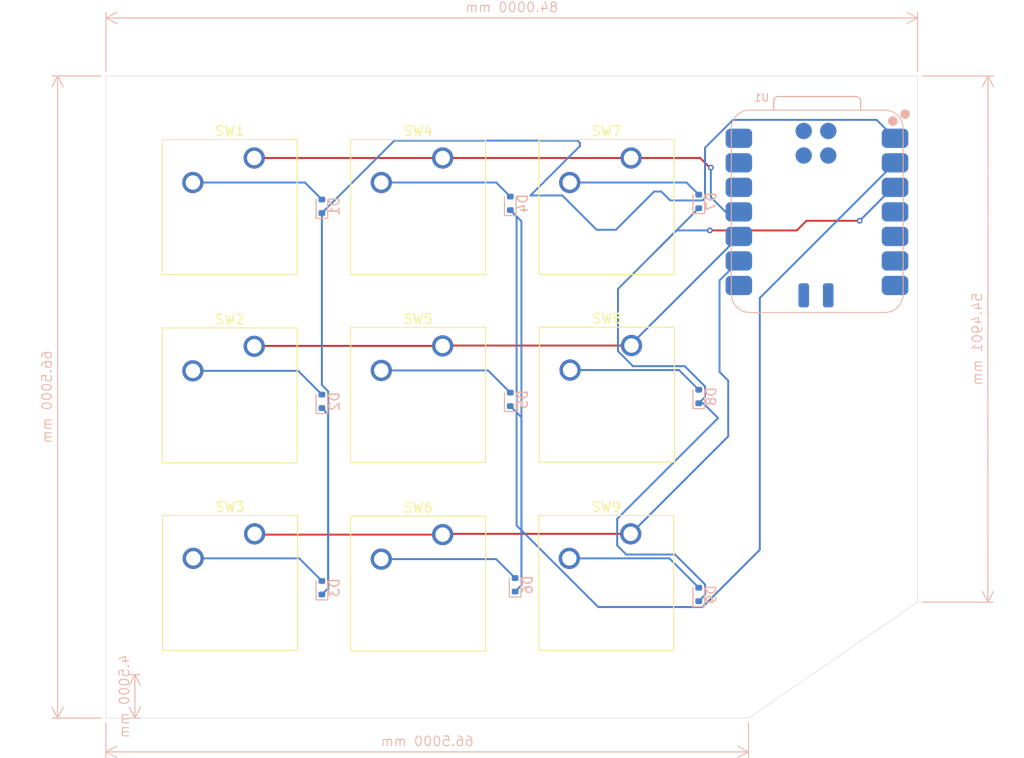
<source format=kicad_pcb>
(kicad_pcb (version 20240108) (generator "pcbnew") (generator_version "8.0")
  (layers (0 "F.Cu" signal) (31 "B.Cu" signal) (34 "B.Paste" user) (35 "F.Paste" user) (36 "B.SilkS" user "B.Silkscreen") (37 "F.SilkS" user "F.Silkscreen") (38 "B.Mask" user) (39 "F.Mask" user) (44 "Edge.Cuts" user))
  (net 0 "")
  (net 1 "Row 0")
  (net 2 "Net-(D1-A)")
  (net 3 "Net-(D2-A)")
  (net 4 "Net-(D3-A)")
  (net 5 "Row 1")
  (net 6 "Net-(D4-A)")
  (net 7 "Net-(D5-A)")
  (net 8 "Net-(D6-A)")
  (net 9 "Net-(D7-A)")
  (net 10 "Row 2")
  (net 11 "Net-(D8-A)")
  (net 12 "Net-(D9-A)")
  (net 13 "Row 3")
  (net 14 "Column 0")
  (net 15 "Column 1")
  (net 16 "Column 2")
  (net 17 "GND")
  (net 18 "RES_OUTPUT_A")
  (net 19 "RES_OUTPUT_B")
  (footprint "Button_Switch_Keyboard:SW_Cherry_MX_1.00u_PCB" (layer "F.Cu") (at 115.85 106.5)
    (property "Reference" "SW6" (at -2.54 -2.794 0) (layer "F.SilkS"))
    (property "Value" "SW_Push")
    (fp_line (start -9.525 -1.905) (end 4.445 -1.905) (stroke (width 0.12)) (layer "F.SilkS"))
    (fp_line (start -9.525 12.065) (end -9.525 -1.905) (stroke (width 0.12)) (layer "F.SilkS"))
    (fp_line (start 4.445 -1.905) (end 4.445 12.065) (stroke (width 0.12)) (layer "F.SilkS"))
    (fp_line (start 4.445 12.065) (end -9.525 12.065) (stroke (width 0.12)) (layer "F.SilkS"))
    (pad "" np_thru_hole circle (at -7.62 5.08) (size 1.7 1.7) (drill 1.7) (layers "*.Cu" "*.Mask"))
    (pad "" np_thru_hole circle (at -2.54 5.08) (size 4 4) (drill 4) (layers "*.Cu" "*.Mask"))
    (pad "" np_thru_hole circle (at 2.54 5.08) (size 1.7 1.7) (drill 1.7) (layers "*.Cu" "*.Mask"))
    (pad "1" thru_hole circle (at 0 0) (size 2.2 2.2) (drill 1.5) (layers "*.Cu" "*.Mask") (net 16 "Column 2"))
    (pad "2" thru_hole circle (at -6.35 2.54) (size 2.2 2.2) (drill 1.5) (layers "*.Cu" "*.Mask") (net 8 "Net-(D6-A)"))
  )
  (footprint "Button_Switch_Keyboard:SW_Cherry_MX_1.00u_PCB" (layer "F.Cu") (at 115.85 86.96)
    (property "Reference" "SW5" (at -2.54 -2.794 0) (layer "F.SilkS"))
    (property "Value" "SW_Push")
    (fp_line (start -9.525 -1.905) (end 4.445 -1.905) (stroke (width 0.12)) (layer "F.SilkS"))
    (fp_line (start -9.525 12.065) (end -9.525 -1.905) (stroke (width 0.12)) (layer "F.SilkS"))
    (fp_line (start 4.445 -1.905) (end 4.445 12.065) (stroke (width 0.12)) (layer "F.SilkS"))
    (fp_line (start 4.445 12.065) (end -9.525 12.065) (stroke (width 0.12)) (layer "F.SilkS"))
    (pad "" np_thru_hole circle (at -7.62 5.08) (size 1.7 1.7) (drill 1.7) (layers "*.Cu" "*.Mask"))
    (pad "" np_thru_hole circle (at -2.54 5.08) (size 4 4) (drill 4) (layers "*.Cu" "*.Mask"))
    (pad "" np_thru_hole circle (at 2.54 5.08) (size 1.7 1.7) (drill 1.7) (layers "*.Cu" "*.Mask"))
    (pad "1" thru_hole circle (at 0 0) (size 2.2 2.2) (drill 1.5) (layers "*.Cu" "*.Mask") (net 15 "Column 1"))
    (pad "2" thru_hole circle (at -6.35 2.54) (size 2.2 2.2) (drill 1.5) (layers "*.Cu" "*.Mask") (net 7 "Net-(D5-A)"))
  )
  (footprint "Button_Switch_Keyboard:SW_Cherry_MX_1.00u_PCB" (layer "F.Cu") (at 135.39 86.92)
    (property "Reference" "SW8" (at -2.54 -2.794 0) (layer "F.SilkS"))
    (property "Value" "SW_Push")
    (fp_line (start -9.525 -1.905) (end 4.445 -1.905) (stroke (width 0.12)) (layer "F.SilkS"))
    (fp_line (start -9.525 12.065) (end -9.525 -1.905) (stroke (width 0.12)) (layer "F.SilkS"))
    (fp_line (start 4.445 -1.905) (end 4.445 12.065) (stroke (width 0.12)) (layer "F.SilkS"))
    (fp_line (start 4.445 12.065) (end -9.525 12.065) (stroke (width 0.12)) (layer "F.SilkS"))
    (pad "" np_thru_hole circle (at -7.62 5.08) (size 1.7 1.7) (drill 1.7) (layers "*.Cu" "*.Mask"))
    (pad "" np_thru_hole circle (at -2.54 5.08) (size 4 4) (drill 4) (layers "*.Cu" "*.Mask"))
    (pad "" np_thru_hole circle (at 2.54 5.08) (size 1.7 1.7) (drill 1.7) (layers "*.Cu" "*.Mask"))
    (pad "1" thru_hole circle (at 0 0) (size 2.2 2.2) (drill 1.5) (layers "*.Cu" "*.Mask") (net 15 "Column 1"))
    (pad "2" thru_hole circle (at -6.35 2.54) (size 2.2 2.2) (drill 1.5) (layers "*.Cu" "*.Mask") (net 11 "Net-(D8-A)"))
  )
  (footprint "Button_Switch_Keyboard:SW_Cherry_MX_1.00u_PCB" (layer "F.Cu") (at 96.35 67.5)
    (property "Reference" "SW1" (at -2.54 -2.794 0) (layer "F.SilkS"))
    (property "Value" "SW_Push")
    (fp_line (start -9.525 -1.905) (end 4.445 -1.905) (stroke (width 0.12)) (layer "F.SilkS"))
    (fp_line (start -9.525 12.065) (end -9.525 -1.905) (stroke (width 0.12)) (layer "F.SilkS"))
    (fp_line (start 4.445 -1.905) (end 4.445 12.065) (stroke (width 0.12)) (layer "F.SilkS"))
    (fp_line (start 4.445 12.065) (end -9.525 12.065) (stroke (width 0.12)) (layer "F.SilkS"))
    (pad "" np_thru_hole circle (at -7.62 5.08) (size 1.7 1.7) (drill 1.7) (layers "*.Cu" "*.Mask"))
    (pad "" np_thru_hole circle (at -2.54 5.08) (size 4 4) (drill 4) (layers "*.Cu" "*.Mask"))
    (pad "" np_thru_hole circle (at 2.54 5.08) (size 1.7 1.7) (drill 1.7) (layers "*.Cu" "*.Mask"))
    (pad "1" thru_hole circle (at 0 0) (size 2.2 2.2) (drill 1.5) (layers "*.Cu" "*.Mask") (net 14 "Column 0"))
    (pad "2" thru_hole circle (at -6.35 2.54) (size 2.2 2.2) (drill 1.5) (layers "*.Cu" "*.Mask") (net 2 "Net-(D1-A)"))
  )
  (footprint "Button_Switch_Keyboard:SW_Cherry_MX_1.00u_PCB" (layer "F.Cu") (at 96.35 87)
    (property "Reference" "SW2" (at -2.54 -2.794 0) (layer "F.SilkS"))
    (property "Value" "SW_Push")
    (fp_line (start -9.525 -1.905) (end 4.445 -1.905) (stroke (width 0.12)) (layer "F.SilkS"))
    (fp_line (start -9.525 12.065) (end -9.525 -1.905) (stroke (width 0.12)) (layer "F.SilkS"))
    (fp_line (start 4.445 -1.905) (end 4.445 12.065) (stroke (width 0.12)) (layer "F.SilkS"))
    (fp_line (start 4.445 12.065) (end -9.525 12.065) (stroke (width 0.12)) (layer "F.SilkS"))
    (pad "" np_thru_hole circle (at -7.62 5.08) (size 1.7 1.7) (drill 1.7) (layers "*.Cu" "*.Mask"))
    (pad "" np_thru_hole circle (at -2.54 5.08) (size 4 4) (drill 4) (layers "*.Cu" "*.Mask"))
    (pad "" np_thru_hole circle (at 2.54 5.08) (size 1.7 1.7) (drill 1.7) (layers "*.Cu" "*.Mask"))
    (pad "1" thru_hole circle (at 0 0) (size 2.2 2.2) (drill 1.5) (layers "*.Cu" "*.Mask") (net 15 "Column 1"))
    (pad "2" thru_hole circle (at -6.35 2.54) (size 2.2 2.2) (drill 1.5) (layers "*.Cu" "*.Mask") (net 3 "Net-(D2-A)"))
  )
  (footprint "Button_Switch_Keyboard:SW_Cherry_MX_1.00u_PCB" (layer "F.Cu") (at 96.39 106.42)
    (property "Reference" "SW3" (at -2.54 -2.794 0) (layer "F.SilkS"))
    (property "Value" "SW_Push")
    (fp_line (start -9.525 -1.905) (end 4.445 -1.905) (stroke (width 0.12)) (layer "F.SilkS"))
    (fp_line (start -9.525 12.065) (end -9.525 -1.905) (stroke (width 0.12)) (layer "F.SilkS"))
    (fp_line (start 4.445 -1.905) (end 4.445 12.065) (stroke (width 0.12)) (layer "F.SilkS"))
    (fp_line (start 4.445 12.065) (end -9.525 12.065) (stroke (width 0.12)) (layer "F.SilkS"))
    (pad "" np_thru_hole circle (at -7.62 5.08) (size 1.7 1.7) (drill 1.7) (layers "*.Cu" "*.Mask"))
    (pad "" np_thru_hole circle (at -2.54 5.08) (size 4 4) (drill 4) (layers "*.Cu" "*.Mask"))
    (pad "" np_thru_hole circle (at 2.54 5.08) (size 1.7 1.7) (drill 1.7) (layers "*.Cu" "*.Mask"))
    (pad "1" thru_hole circle (at 0 0) (size 2.2 2.2) (drill 1.5) (layers "*.Cu" "*.Mask") (net 16 "Column 2"))
    (pad "2" thru_hole circle (at -6.35 2.54) (size 2.2 2.2) (drill 1.5) (layers "*.Cu" "*.Mask") (net 4 "Net-(D3-A)"))
  )
  (footprint "Button_Switch_Keyboard:SW_Cherry_MX_1.00u_PCB" (layer "F.Cu") (at 115.85 67.5)
    (property "Reference" "SW4" (at -2.54 -2.794 0) (layer "F.SilkS"))
    (property "Value" "SW_Push")
    (fp_line (start -9.525 -1.905) (end 4.445 -1.905) (stroke (width 0.12)) (layer "F.SilkS"))
    (fp_line (start -9.525 12.065) (end -9.525 -1.905) (stroke (width 0.12)) (layer "F.SilkS"))
    (fp_line (start 4.445 -1.905) (end 4.445 12.065) (stroke (width 0.12)) (layer "F.SilkS"))
    (fp_line (start 4.445 12.065) (end -9.525 12.065) (stroke (width 0.12)) (layer "F.SilkS"))
    (pad "" np_thru_hole circle (at -7.62 5.08) (size 1.7 1.7) (drill 1.7) (layers "*.Cu" "*.Mask"))
    (pad "" np_thru_hole circle (at -2.54 5.08) (size 4 4) (drill 4) (layers "*.Cu" "*.Mask"))
    (pad "" np_thru_hole circle (at 2.54 5.08) (size 1.7 1.7) (drill 1.7) (layers "*.Cu" "*.Mask"))
    (pad "1" thru_hole circle (at 0 0) (size 2.2 2.2) (drill 1.5) (layers "*.Cu" "*.Mask") (net 14 "Column 0"))
    (pad "2" thru_hole circle (at -6.35 2.54) (size 2.2 2.2) (drill 1.5) (layers "*.Cu" "*.Mask") (net 6 "Net-(D4-A)"))
  )
  (footprint "Button_Switch_Keyboard:SW_Cherry_MX_1.00u_PCB" (layer "F.Cu") (at 135.31 106.42)
    (property "Reference" "SW9" (at -2.54 -2.794 0) (layer "F.SilkS"))
    (property "Value" "SW_Push")
    (fp_line (start -9.525 -1.905) (end 4.445 -1.905) (stroke (width 0.12)) (layer "F.SilkS"))
    (fp_line (start -9.525 12.065) (end -9.525 -1.905) (stroke (width 0.12)) (layer "F.SilkS"))
    (fp_line (start 4.445 -1.905) (end 4.445 12.065) (stroke (width 0.12)) (layer "F.SilkS"))
    (fp_line (start 4.445 12.065) (end -9.525 12.065) (stroke (width 0.12)) (layer "F.SilkS"))
    (pad "" np_thru_hole circle (at -7.62 5.08) (size 1.7 1.7) (drill 1.7) (layers "*.Cu" "*.Mask"))
    (pad "" np_thru_hole circle (at -2.54 5.08) (size 4 4) (drill 4) (layers "*.Cu" "*.Mask"))
    (pad "" np_thru_hole circle (at 2.54 5.08) (size 1.7 1.7) (drill 1.7) (layers "*.Cu" "*.Mask"))
    (pad "1" thru_hole circle (at 0 0) (size 2.2 2.2) (drill 1.5) (layers "*.Cu" "*.Mask") (net 16 "Column 2"))
    (pad "2" thru_hole circle (at -6.35 2.54) (size 2.2 2.2) (drill 1.5) (layers "*.Cu" "*.Mask") (net 12 "Net-(D9-A)"))
  )
  (footprint "Button_Switch_Keyboard:SW_Cherry_MX_1.00u_PCB" (layer "F.Cu") (at 135.35 67.5)
    (property "Reference" "SW7" (at -2.54 -2.794 0) (layer "F.SilkS"))
    (property "Value" "SW_Push")
    (fp_line (start -9.525 -1.905) (end 4.445 -1.905) (stroke (width 0.12)) (layer "F.SilkS"))
    (fp_line (start -9.525 12.065) (end -9.525 -1.905) (stroke (width 0.12)) (layer "F.SilkS"))
    (fp_line (start 4.445 -1.905) (end 4.445 12.065) (stroke (width 0.12)) (layer "F.SilkS"))
    (fp_line (start 4.445 12.065) (end -9.525 12.065) (stroke (width 0.12)) (layer "F.SilkS"))
    (pad "" np_thru_hole circle (at -7.62 5.08) (size 1.7 1.7) (drill 1.7) (layers "*.Cu" "*.Mask"))
    (pad "" np_thru_hole circle (at -2.54 5.08) (size 4 4) (drill 4) (layers "*.Cu" "*.Mask"))
    (pad "" np_thru_hole circle (at 2.54 5.08) (size 1.7 1.7) (drill 1.7) (layers "*.Cu" "*.Mask"))
    (pad "1" thru_hole circle (at 0 0) (size 2.2 2.2) (drill 1.5) (layers "*.Cu" "*.Mask") (net 14 "Column 0"))
    (pad "2" thru_hole circle (at -6.35 2.54) (size 2.2 2.2) (drill 1.5) (layers "*.Cu" "*.Mask") (net 9 "Net-(D7-A)"))
  )
  (footprint "Diode_SMD:D_SOD-523" (layer "B.Cu") (at 142.35 92.2 90)
    (property "Reference" "D8" (at 0 1.3 90) (layer "B.SilkS") (effects (justify mirror)))
    (property "Value" "1N4148WT")
    (fp_line (start -1.26 -0.6) (end 0.7 -0.6) (stroke (width 0.12)) (layer "B.SilkS"))
    (fp_line (start -1.26 -0.6) (end -1.26 0.6) (stroke (width 0.12)) (layer "B.SilkS"))
    (fp_line (start -1.26 0.6) (end 0.7 0.6) (stroke (width 0.12)) (layer "B.SilkS"))
    (pad "1" smd roundrect (at -0.7 0 270) (size 0.6 0.7) (layers "B.Cu" "B.Paste" "B.Mask") (net 10 "Row 2"))
    (pad "2" smd roundrect (at 0.7 0 270) (size 0.6 0.7) (layers "B.Cu" "B.Paste" "B.Mask") (net 11 "Net-(D8-A)"))
  )
  (footprint "Seeed Studio XIAO Series Library:XIAO-RP2040-SMD" (layer "B.Cu") (at 154.665 73.08 180)
    (property "Reference" "U1" (at 4.952 11.378 0) (layer "B.SilkS") (effects (font (size 0.78232 0.78232) (thickness 0.10668)) (justify left bottom mirror)))
    (property "Value" "Seeed Studio XIAO SAMD21")
    (fp_line (start 8.945 8.632) (end 8.945 -8.513) (stroke (width 0.1)) (layer "B.SilkS"))
    (fp_line (start 7.04 -10.418) (end -6.93 -10.418) (stroke (width 0.1)) (layer "B.SilkS"))
    (fp_line (start 4.559 10.537) (end 4.559 11.447) (stroke (width 0.127)) (layer "B.SilkS"))
    (fp_line (start 4.059 11.947) (end -3.936272 11.947) (stroke (width 0.127)) (layer "B.SilkS"))
    (fp_line (start -4.436272 11.447272) (end -4.44 10.537) (stroke (width 0.127)) (layer "B.SilkS"))
    (fp_line (start -6.93 10.537) (end 7.04 10.537) (stroke (width 0.1)) (layer "B.SilkS"))
    (fp_line (start -8.835 8.632) (end -8.835 -8.513) (stroke (width 0.1)) (layer "B.SilkS"))
    (fp_arc (start 8.945 8.632) (mid 8.387038 9.979038) (end 7.04 10.537) (stroke (width 0.1)) (layer "B.SilkS"))
    (fp_arc (start 7.04 -10.418) (mid 8.387038 -9.860038) (end 8.945 -8.513) (stroke (width 0.1)) (layer "B.SilkS"))
    (fp_arc (start 4.559 11.447) (mid 4.412553 11.800553) (end 4.059 11.947) (stroke (width 0.127)) (layer "B.SilkS"))
    (fp_arc (start -3.936272 11.947) (mid -4.289724 11.800644) (end -4.436272 11.447272) (stroke (width 0.127)) (layer "B.SilkS"))
    (fp_arc (start -6.93 10.541) (mid -8.277038 9.983038) (end -8.835 8.636) (stroke (width 0.1)) (layer "B.SilkS"))
    (fp_arc (start -8.835 -8.513) (mid -8.277038 -9.860038) (end -6.93 -10.418) (stroke (width 0.1)) (layer "B.SilkS"))
    (fp_circle (center -7.771 9.404) (end -7.771 9.658) (stroke (width 0.5)) (fill solid) (layer "B.SilkS"))
    (fp_circle (center -9.045 10.121) (end -9.045 10.375) (stroke (width 0.5)) (fill solid) (layer "B.SilkS"))
    (pad "1" smd roundrect (at -8 7.62 180) (size 2.75 2) (layers "B.Cu" "B.Paste" "B.Mask") (net 1 "Row 0"))
    (pad "2" smd roundrect (at -8 5.08 180) (size 2.75 2) (layers "B.Cu" "B.Paste" "B.Mask") (net 5 "Row 1"))
    (pad "3" smd roundrect (at -8 2.54 180) (size 2.75 2) (layers "B.Cu" "B.Paste" "B.Mask") (net 10 "Row 2"))
    (pad "4" smd roundrect (at -8 0 180) (size 2.75 2) (layers "B.Cu" "B.Paste" "B.Mask") (net 13 "Row 3"))
    (pad "5" smd roundrect (at -8 -2.54 180) (size 2.75 2) (layers "B.Cu" "B.Paste" "B.Mask"))
    (pad "6" smd roundrect (at -8 -5.08 180) (size 2.75 2) (layers "B.Cu" "B.Paste" "B.Mask"))
    (pad "7" smd roundrect (at -8 -7.62 180) (size 2.75 2) (layers "B.Cu" "B.Paste" "B.Mask") (net 18 "RES_OUTPUT_A"))
    (pad "8" smd roundrect (at 8.165 -7.62 180) (size 2.75 2) (layers "B.Cu" "B.Paste" "B.Mask") (net 19 "RES_OUTPUT_B"))
    (pad "9" smd roundrect (at 8.165 -5.08 180) (size 2.75 2) (layers "B.Cu" "B.Paste" "B.Mask") (net 16 "Column 2"))
    (pad "10" smd roundrect (at 8.165 -2.54 180) (size 2.75 2) (layers "B.Cu" "B.Paste" "B.Mask") (net 15 "Column 1"))
    (pad "11" smd roundrect (at 8.165 0 180) (size 2.75 2) (layers "B.Cu" "B.Paste" "B.Mask") (net 14 "Column 0"))
    (pad "12" smd roundrect (at 8.165 2.54 180) (size 2.75 2) (layers "B.Cu" "B.Paste" "B.Mask"))
    (pad "13" smd roundrect (at 8.165 5.08 180) (size 2.75 2) (layers "B.Cu" "B.Paste" "B.Mask") (net 17 "GND"))
    (pad "14" smd roundrect (at 8.165 7.62 180) (size 2.75 2) (layers "B.Cu" "B.Paste" "B.Mask"))
    (pad "15" smd roundrect (at -1.088 -8.64 270) (size 2.5 1.1) (layers "B.Cu" "B.Paste" "B.Mask"))
    (pad "16" smd roundrect (at 1.452 -8.64 270) (size 2.5 1.1) (layers "B.Cu" "B.Paste" "B.Mask"))
    (pad "17" smd circle (at -1.088 8.378 180) (size 1.7 1.7) (layers "B.Cu" "B.Paste" "B.Mask"))
    (pad "18" smd circle (at 1.452 8.378 180) (size 1.7 1.7) (layers "B.Cu" "B.Paste" "B.Mask"))
    (pad "19" smd circle (at -1.088 5.838 180) (size 1.7 1.7) (layers "B.Cu" "B.Paste" "B.Mask"))
    (pad "20" smd circle (at 1.452 5.838 180) (size 1.7 1.7) (layers "B.Cu" "B.Paste" "B.Mask"))
  )
  (footprint "Diode_SMD:D_SOD-523" (layer "B.Cu") (at 122.85 72.2 90)
    (property "Reference" "D4" (at 0 1.3 90) (layer "B.SilkS") (effects (justify mirror)))
    (property "Value" "1N4148WT")
    (fp_line (start -1.26 -0.6) (end 0.7 -0.6) (stroke (width 0.12)) (layer "B.SilkS"))
    (fp_line (start -1.26 -0.6) (end -1.26 0.6) (stroke (width 0.12)) (layer "B.SilkS"))
    (fp_line (start -1.26 0.6) (end 0.7 0.6) (stroke (width 0.12)) (layer "B.SilkS"))
    (pad "1" smd roundrect (at -0.7 0 270) (size 0.6 0.7) (layers "B.Cu" "B.Paste" "B.Mask") (net 5 "Row 1"))
    (pad "2" smd roundrect (at 0.7 0 270) (size 0.6 0.7) (layers "B.Cu" "B.Paste" "B.Mask") (net 6 "Net-(D4-A)"))
  )
  (footprint "Diode_SMD:D_SOD-523" (layer "B.Cu") (at 103.35 92.7 90)
    (property "Reference" "D2" (at 0 1.3 90) (layer "B.SilkS") (effects (justify mirror)))
    (property "Value" "1N4148WT")
    (fp_line (start -1.26 -0.6) (end 0.7 -0.6) (stroke (width 0.12)) (layer "B.SilkS"))
    (fp_line (start -1.26 -0.6) (end -1.26 0.6) (stroke (width 0.12)) (layer "B.SilkS"))
    (fp_line (start -1.26 0.6) (end 0.7 0.6) (stroke (width 0.12)) (layer "B.SilkS"))
    (pad "1" smd roundrect (at -0.7 0 270) (size 0.6 0.7) (layers "B.Cu" "B.Paste" "B.Mask") (net 1 "Row 0"))
    (pad "2" smd roundrect (at 0.7 0 270) (size 0.6 0.7) (layers "B.Cu" "B.Paste" "B.Mask") (net 3 "Net-(D2-A)"))
  )
  (footprint "Diode_SMD:D_SOD-523" (layer "B.Cu") (at 122.85 92.5 90)
    (property "Reference" "D5" (at 0 1.3 90) (layer "B.SilkS") (effects (justify mirror)))
    (property "Value" "1N4148WT")
    (fp_line (start -1.26 -0.6) (end 0.7 -0.6) (stroke (width 0.12)) (layer "B.SilkS"))
    (fp_line (start -1.26 -0.6) (end -1.26 0.6) (stroke (width 0.12)) (layer "B.SilkS"))
    (fp_line (start -1.26 0.6) (end 0.7 0.6) (stroke (width 0.12)) (layer "B.SilkS"))
    (pad "1" smd roundrect (at -0.7 0 270) (size 0.6 0.7) (layers "B.Cu" "B.Paste" "B.Mask") (net 5 "Row 1"))
    (pad "2" smd roundrect (at 0.7 0 270) (size 0.6 0.7) (layers "B.Cu" "B.Paste" "B.Mask") (net 7 "Net-(D5-A)"))
  )
  (footprint "Diode_SMD:D_SOD-523" (layer "B.Cu") (at 123.35 111.7 90)
    (property "Reference" "D6" (at 0 1.3 90) (layer "B.SilkS") (effects (justify mirror)))
    (property "Value" "1N4148WT")
    (fp_line (start -1.26 -0.6) (end 0.7 -0.6) (stroke (width 0.12)) (layer "B.SilkS"))
    (fp_line (start -1.26 -0.6) (end -1.26 0.6) (stroke (width 0.12)) (layer "B.SilkS"))
    (fp_line (start -1.26 0.6) (end 0.7 0.6) (stroke (width 0.12)) (layer "B.SilkS"))
    (pad "1" smd roundrect (at -0.7 0 270) (size 0.6 0.7) (layers "B.Cu" "B.Paste" "B.Mask") (net 5 "Row 1"))
    (pad "2" smd roundrect (at 0.7 0 270) (size 0.6 0.7) (layers "B.Cu" "B.Paste" "B.Mask") (net 8 "Net-(D6-A)"))
  )
  (footprint "Diode_SMD:D_SOD-523" (layer "B.Cu") (at 142.35 112.7 90)
    (property "Reference" "D9" (at 0 1.3 90) (layer "B.SilkS") (effects (justify mirror)))
    (property "Value" "1N4148WT")
    (fp_line (start -1.26 -0.6) (end 0.7 -0.6) (stroke (width 0.12)) (layer "B.SilkS"))
    (fp_line (start -1.26 -0.6) (end -1.26 0.6) (stroke (width 0.12)) (layer "B.SilkS"))
    (fp_line (start -1.26 0.6) (end 0.7 0.6) (stroke (width 0.12)) (layer "B.SilkS"))
    (pad "1" smd roundrect (at -0.7 0 270) (size 0.6 0.7) (layers "B.Cu" "B.Paste" "B.Mask") (net 10 "Row 2"))
    (pad "2" smd roundrect (at 0.7 0 270) (size 0.6 0.7) (layers "B.Cu" "B.Paste" "B.Mask") (net 12 "Net-(D9-A)"))
  )
  (footprint "Diode_SMD:D_SOD-523" (layer "B.Cu") (at 103.35 112 90)
    (property "Reference" "D3" (at 0 1.3 90) (layer "B.SilkS") (effects (justify mirror)))
    (property "Value" "1N4148WT")
    (fp_line (start -1.26 -0.6) (end 0.7 -0.6) (stroke (width 0.12)) (layer "B.SilkS"))
    (fp_line (start -1.26 -0.6) (end -1.26 0.6) (stroke (width 0.12)) (layer "B.SilkS"))
    (fp_line (start -1.26 0.6) (end 0.7 0.6) (stroke (width 0.12)) (layer "B.SilkS"))
    (pad "1" smd roundrect (at -0.7 0 270) (size 0.6 0.7) (layers "B.Cu" "B.Paste" "B.Mask") (net 1 "Row 0"))
    (pad "2" smd roundrect (at 0.7 0 270) (size 0.6 0.7) (layers "B.Cu" "B.Paste" "B.Mask") (net 4 "Net-(D3-A)"))
  )
  (footprint "Diode_SMD:D_SOD-523" (layer "B.Cu") (at 103.35 72.5 90)
    (property "Reference" "D1" (at 0 1.3 90) (layer "B.SilkS") (effects (justify mirror)))
    (property "Value" "1N4148WT")
    (fp_line (start -1.26 -0.6) (end 0.7 -0.6) (stroke (width 0.12)) (layer "B.SilkS"))
    (fp_line (start -1.26 -0.6) (end -1.26 0.6) (stroke (width 0.12)) (layer "B.SilkS"))
    (fp_line (start -1.26 0.6) (end 0.7 0.6) (stroke (width 0.12)) (layer "B.SilkS"))
    (pad "1" smd roundrect (at -0.7 0 270) (size 0.6 0.7) (layers "B.Cu" "B.Paste" "B.Mask") (net 1 "Row 0"))
    (pad "2" smd roundrect (at 0.7 0 270) (size 0.6 0.7) (layers "B.Cu" "B.Paste" "B.Mask") (net 2 "Net-(D1-A)"))
  )
  (footprint "Diode_SMD:D_SOD-523" (layer "B.Cu") (at 142.35 72 90)
    (property "Reference" "D7" (at 0 1.3 90) (layer "B.SilkS") (effects (justify mirror)))
    (property "Value" "1N4148WT")
    (fp_line (start -1.26 -0.6) (end 0.7 -0.6) (stroke (width 0.12)) (layer "B.SilkS"))
    (fp_line (start -1.26 -0.6) (end -1.26 0.6) (stroke (width 0.12)) (layer "B.SilkS"))
    (fp_line (start -1.26 0.6) (end 0.7 0.6) (stroke (width 0.12)) (layer "B.SilkS"))
    (pad "1" smd roundrect (at -0.7 0 270) (size 0.6 0.7) (layers "B.Cu" "B.Paste" "B.Mask") (net 10 "Row 2"))
    (pad "2" smd roundrect (at 0.7 0 270) (size 0.6 0.7) (layers "B.Cu" "B.Paste" "B.Mask") (net 9 "Net-(D7-A)"))
  )
  (gr_line (start 81 59) (end 81 125.5) (stroke (width 0.05)) (layer "Edge.Cuts"))
  (gr_line (start 147.5 125.5) (end 164.993589 113.490123) (stroke (width 0.05)) (layer "Edge.Cuts"))
  (gr_line (start 81 125.5) (end 147.5 125.5) (stroke (width 0.05)) (layer "Edge.Cuts"))
  (gr_line (start 165 59) (end 81 59) (stroke (width 0.05)) (layer "Edge.Cuts"))
  (gr_line (start 164.993589 113.490123) (end 165 59) (stroke (width 0.05)) (layer "Edge.Cuts"))
  (dimension (type aligned) (layer "B.SilkS") (pts (xy 85 121) (xy 85 125.5)) (height 0.999999) (gr_text "4.5000 mm" (at 82.900001 123.25 90) (layer "B.SilkS") (effects (font (size 1 1) (thickness 0.1)) (justify mirror))) (format (prefix "") (suffix "") (units 3) (units_format 1) (precision 4)) (style (thickness 0.1) (arrow_length 1.27) (text_position_mode 0) (extension_height 0.58642) (extension_offset 0.5) keep_text_aligned))
  (dimension (type aligned) (layer "B.SilkS") (pts (xy 81 59) (xy 81 125.5)) (height 5) (gr_text "66.5000 mm" (at 74.9 92.25 90) (layer "B.SilkS") (effects (font (size 1 1) (thickness 0.1)) (justify mirror))) (format (prefix "") (suffix "") (units 3) (units_format 1) (precision 4)) (style (thickness 0.1) (arrow_length 1.27) (text_position_mode 0) (extension_height 0.58642) (extension_offset 0.5) keep_text_aligned))
  (dimension (type aligned) (layer "B.SilkS") (pts (xy 81 59) (xy 165 59)) (height -6) (gr_text "84.0000 mm" (at 123 51.9 0) (layer "B.SilkS") (effects (font (size 1 1) (thickness 0.1)) (justify mirror))) (format (prefix "") (suffix "") (units 3) (units_format 1) (precision 4)) (style (thickness 0.1) (arrow_length 1.27) (text_position_mode 0) (extension_height 0.58642) (extension_offset 0.5) keep_text_aligned))
  (dimension (type aligned) (layer "B.SilkS") (pts (xy 81 125.5) (xy 147.5 125.5)) (height 3.499999) (gr_text "66.5000 mm" (at 114.25 127.899999 0) (layer "B.SilkS") (effects (font (size 1 1) (thickness 0.1)) (justify mirror))) (format (prefix "") (suffix "") (units 3) (units_format 1) (precision 4)) (style (thickness 0.1) (arrow_length 1.27) (text_position_mode 0) (extension_height 0.58642) (extension_offset 0.5) keep_text_aligned))
  (dimension (type aligned) (layer "B.SilkS") (pts (xy 165 59) (xy 164.993589 113.490123)) (height -7.27575) (gr_text "54.4901 mm" (at 171.172544 86.245789 89.99325785) (layer "B.SilkS") (effects (font (size 1 1) (thickness 0.1)) (justify mirror))) (format (prefix "") (suffix "") (units 3) (units_format 1) (precision 4)) (style (thickness 0.1) (arrow_length 1.27) (text_position_mode 0) (extension_height 0.58642) (extension_offset 0.5) keep_text_aligned))
  (segment (start 110.85 65.7) (end 103.35 73.2) (width 0.2) (layer "B.Cu") (net 1))
  (segment (start 139.4 71.9) (end 138.473299 70.973299) (width 0.2) (layer "B.Cu") (net 1))
  (segment (start 133.783402 74.93) (end 131.777056 74.93) (width 0.2) (layer "B.Cu") (net 1))
  (segment (start 137.740103 70.973299) (end 133.783402 74.93) (width 0.2) (layer "B.Cu") (net 1))
  (segment (start 103.35 91.009448) (end 104 91.659448) (width 0.2) (layer "B.Cu") (net 1))
  (segment (start 130.05 66.265686) (end 130.05 65.934314) (width 0.2) (layer "B.Cu") (net 1))
  (segment (start 104 112.05) (end 103.35 112.7) (width 0.2) (layer "B.Cu") (net 1))
  (segment (start 104 94.05) (end 104 112.05) (width 0.2) (layer "B.Cu") (net 1))
  (segment (start 160.757 63.552) (end 145.894358 63.552) (width 0.2) (layer "B.Cu") (net 1))
  (segment (start 130.05 65.934314) (end 129.815686 65.7) (width 0.2) (layer "B.Cu") (net 1))
  (segment (start 124.935686 71.38) (end 130.05 66.265686) (width 0.2) (layer "B.Cu") (net 1))
  (segment (start 143 66.446358) (end 143 71.640552) (width 0.2) (layer "B.Cu") (net 1))
  (segment (start 131.777056 74.93) (end 128.227056 71.38) (width 0.2) (layer "B.Cu") (net 1))
  (segment (start 103.35 93.4) (end 104 94.05) (width 0.2) (layer "B.Cu") (net 1))
  (segment (start 162.665 65.46) (end 160.757 63.552) (width 0.2) (layer "B.Cu") (net 1))
  (segment (start 128.227056 71.38) (end 124.935686 71.38) (width 0.2) (layer "B.Cu") (net 1))
  (segment (start 142.740552 71.9) (end 139.4 71.9) (width 0.2) (layer "B.Cu") (net 1))
  (segment (start 138.473299 70.973299) (end 137.740103 70.973299) (width 0.2) (layer "B.Cu") (net 1))
  (segment (start 104 91.659448) (end 104 112.05) (width 0.2) (layer "B.Cu") (net 1))
  (segment (start 145.894358 63.552) (end 143 66.446358) (width 0.2) (layer "B.Cu") (net 1))
  (segment (start 129.815686 65.7) (end 110.85 65.7) (width 0.2) (layer "B.Cu") (net 1))
  (segment (start 143 71.640552) (end 142.740552 71.9) (width 0.2) (layer "B.Cu") (net 1))
  (segment (start 103.35 73.2) (end 103.35 91.009448) (width 0.2) (layer "B.Cu") (net 1))
  (segment (start 101.59 70.04) (end 90 70.04) (width 0.2) (layer "B.Cu") (net 2))
  (segment (start 103.35 71.8) (end 101.59 70.04) (width 0.2) (layer "B.Cu") (net 2))
  (segment (start 100.89 89.54) (end 90 89.54) (width 0.2) (layer "B.Cu") (net 3))
  (segment (start 103.35 92) (end 100.89 89.54) (width 0.2) (layer "B.Cu") (net 3))
  (segment (start 101.01 108.96) (end 90.04 108.96) (width 0.2) (layer "B.Cu") (net 4))
  (segment (start 103.35 111.3) (end 101.01 108.96) (width 0.2) (layer "B.Cu") (net 4))
  (segment (start 122.85 93.2) (end 124 94.35) (width 0.2) (layer "B.Cu") (net 5))
  (segment (start 162.665 68) (end 148.665 82) (width 0.2) (layer "B.Cu") (net 5))
  (segment (start 142.740552 114) (end 131.946598 114) (width 0.2) (layer "B.Cu") (net 5))
  (segment (start 122.85 72.9) (end 124 74.05) (width 0.2) (layer "B.Cu") (net 5))
  (segment (start 124 94.35) (end 124 111.75) (width 0.2) (layer "B.Cu") (net 5))
  (segment (start 123.5 105.553402) (end 123.5 73.55) (width 0.2) (layer "B.Cu") (net 5))
  (segment (start 148.665 82) (end 148.665 108.075552) (width 0.2) (layer "B.Cu") (net 5))
  (segment (start 124 74.05) (end 124 111.75) (width 0.2) (layer "B.Cu") (net 5))
  (segment (start 124 111.75) (end 123.35 112.4) (width 0.2) (layer "B.Cu") (net 5))
  (segment (start 123.5 73.55) (end 122.85 72.9) (width 0.2) (layer "B.Cu") (net 5))
  (segment (start 148.665 108.075552) (end 142.740552 114) (width 0.2) (layer "B.Cu") (net 5))
  (segment (start 131.946598 114) (end 123.5 105.553402) (width 0.2) (layer "B.Cu") (net 5))
  (segment (start 122.85 71.5) (end 121.39 70.04) (width 0.2) (layer "B.Cu") (net 6))
  (segment (start 121.39 70.04) (end 109.5 70.04) (width 0.2) (layer "B.Cu") (net 6))
  (segment (start 120.55 89.5) (end 109.5 89.5) (width 0.2) (layer "B.Cu") (net 7))
  (segment (start 122.85 91.8) (end 120.55 89.5) (width 0.2) (layer "B.Cu") (net 7))
  (segment (start 121.39 109.04) (end 109.5 109.04) (width 0.2) (layer "B.Cu") (net 8))
  (segment (start 123.35 111) (end 121.39 109.04) (width 0.2) (layer "B.Cu") (net 8))
  (segment (start 142.35 71.3) (end 141.09 70.04) (width 0.2) (layer "B.Cu") (net 9))
  (segment (start 141.09 70.04) (end 129 70.04) (width 0.2) (layer "B.Cu") (net 9))
  (segment (start 153.5 74) (end 152.5 75) (width 0.2) (layer "F.Cu") (net 10))
  (segment (start 152.5 75) (end 143.5 75) (width 0.2) (layer "F.Cu") (net 10))
  (segment (start 159 74) (end 153.5 74) (width 0.2) (layer "F.Cu") (net 10))
  (via (at 159 74) (size 0.6) (drill 0.3) (layers "F.Cu" "B.Cu") (net 10))
  (via (at 143.5 75) (size 0.6) (drill 0.3) (layers "F.Cu" "B.Cu") (net 10))
  (segment (start 144.35 94.429314) (end 142.820686 92.9) (width 0.2) (layer "B.Cu") (net 10))
  (segment (start 139.900552 108.56) (end 134.85 108.56) (width 0.2) (layer "B.Cu") (net 10))
  (segment (start 143 92.25) (end 142.35 92.9) (width 0.2) (layer "B.Cu") (net 10))
  (segment (start 142.35 72.7) (end 138.025 77.025) (width 0.2) (layer "B.Cu") (net 10))
  (segment (start 133.99 81.06) (end 133.99 87.499899) (width 0.2) (layer "B.Cu") (net 10))
  (segment (start 140.900552 89.06) (end 143 91.159448) (width 0.2) (layer "B.Cu") (net 10))
  (segment (start 140.05 75) (end 143.5 75) (width 0.2) (layer "B.Cu") (net 10))
  (segment (start 134.85 108.56) (end 133.91 107.62) (width 0.2) (layer "B.Cu") (net 10))
  (segment (start 159 74) (end 162.46 70.54) (width 0.2) (layer "B.Cu") (net 10))
  (segment (start 133.91 104.869314) (end 144.35 94.429314) (width 0.2) (layer "B.Cu") (net 10))
  (segment (start 135.550101 89.06) (end 140.900552 89.06) (width 0.2) (layer "B.Cu") (net 10))
  (segment (start 142.820686 92.9) (end 142.35 92.9) (width 0.2) (layer "B.Cu") (net 10))
  (segment (start 133.99 87.499899) (end 135.550101 89.06) (width 0.2) (layer "B.Cu") (net 10))
  (segment (start 162.46 70.54) (end 162.665 70.54) (width 0.2) (layer "B.Cu") (net 10))
  (segment (start 138.025 77.025) (end 140.05 75) (width 0.2) (layer "B.Cu") (net 10))
  (segment (start 142.35 113.4) (end 143 112.75) (width 0.2) (layer "B.Cu") (net 10))
  (segment (start 133.91 107.62) (end 133.91 104.869314) (width 0.2) (layer "B.Cu") (net 10))
  (segment (start 143 91.159448) (end 143 92.25) (width 0.2) (layer "B.Cu") (net 10))
  (segment (start 143 112.75) (end 143 111.659448) (width 0.2) (layer "B.Cu") (net 10))
  (segment (start 138.025 77.025) (end 133.99 81.06) (width 0.2) (layer "B.Cu") (net 10))
  (segment (start 143 111.659448) (end 139.900552 108.56) (width 0.2) (layer "B.Cu") (net 10))
  (segment (start 142.35 91.5) (end 140.31 89.46) (width 0.2) (layer "B.Cu") (net 11))
  (segment (start 140.31 89.46) (end 129.04 89.46) (width 0.2) (layer "B.Cu") (net 11))
  (segment (start 142.35 112) (end 139.31 108.96) (width 0.2) (layer "B.Cu") (net 12))
  (segment (start 139.31 108.96) (end 128.96 108.96) (width 0.2) (layer "B.Cu") (net 12))
  (segment (start 115.85 67.5) (end 96.35 67.5) (width 0.2) (layer "F.Cu") (net 14))
  (segment (start 143.5 68.5) (end 142.5 67.5) (width 0.2) (layer "F.Cu") (net 14))
  (segment (start 143.6 68.5) (end 143.5 68.5) (width 0.2) (layer "F.Cu") (net 14))
  (segment (start 135.35 67.5) (end 115.85 67.5) (width 0.2) (layer "F.Cu") (net 14))
  (segment (start 142.5 67.5) (end 135.35 67.5) (width 0.2) (layer "F.Cu") (net 14))
  (via (at 143.6 68.5) (size 0.6) (drill 0.3) (layers "F.Cu" "B.Cu") (net 14))
  (segment (start 145.125 73.08) (end 143.6 71.555) (width 0.2) (layer "B.Cu") (net 14))
  (segment (start 146.5 73.08) (end 145.125 73.08) (width 0.2) (layer "B.Cu") (net 14))
  (segment (start 143.6 71.555) (end 143.6 68.5) (width 0.2) (layer "B.Cu") (net 14))
  (segment (start 115.89 86.92) (end 115.85 86.96) (width 0.2) (layer "F.Cu") (net 15))
  (segment (start 135.39 86.92) (end 115.89 86.92) (width 0.2) (layer "F.Cu") (net 15))
  (segment (start 96.39 86.96) (end 96.35 87) (width 0.2) (layer "F.Cu") (net 15))
  (segment (start 115.85 86.96) (end 96.39 86.96) (width 0.2) (layer "F.Cu") (net 15))
  (segment (start 135.39 86.756358) (end 135.39 86.92) (width 0.2) (layer "B.Cu") (net 15))
  (segment (start 146.5 75.646358) (end 135.39 86.756358) (width 0.2) (layer "B.Cu") (net 15))
  (segment (start 146.5 75.62) (end 146.5 75.646358) (width 0.2) (layer "B.Cu") (net 15))
  (segment (start 135.31 106.42) (end 115.93 106.42) (width 0.2) (layer "F.Cu") (net 16))
  (segment (start 115.85 106.5) (end 96.47 106.5) (width 0.2) (layer "F.Cu") (net 16))
  (segment (start 115.93 106.42) (end 115.85 106.5) (width 0.2) (layer "F.Cu") (net 16))
  (segment (start 96.47 106.5) (end 96.39 106.42) (width 0.2) (layer "F.Cu") (net 16))
  (segment (start 146.5 78.16) (end 146.5 78.186358) (width 0.2) (layer "B.Cu") (net 16))
  (segment (start 144.500514 89.649486) (end 145.4 90.548972) (width 0.2) (layer "B.Cu") (net 16))
  (segment (start 145.4 90.548972) (end 145.4 96.33) (width 0.2) (layer "B.Cu") (net 16))
  (segment (start 146.5 78.186358) (end 144.500514 80.185844) (width 0.2) (layer "B.Cu") (net 16))
  (segment (start 144.500514 80.185844) (end 144.500514 89.649486) (width 0.2) (layer "B.Cu") (net 16))
  (segment (start 145.4 96.33) (end 135.31 106.42) (width 0.2) (layer "B.Cu") (net 16))
)
</source>
